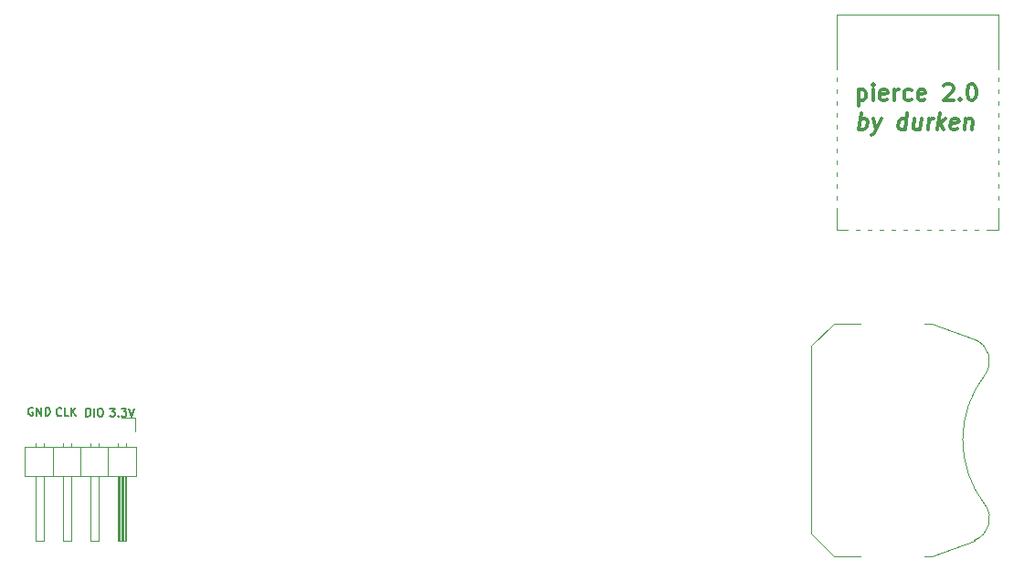
<source format=gto>
G04 #@! TF.GenerationSoftware,KiCad,Pcbnew,5.1.10*
G04 #@! TF.CreationDate,2021-10-19T19:02:20+02:00*
G04 #@! TF.ProjectId,pierce,70696572-6365-42e6-9b69-6361645f7063,v 0.1*
G04 #@! TF.SameCoordinates,Original*
G04 #@! TF.FileFunction,Legend,Top*
G04 #@! TF.FilePolarity,Positive*
%FSLAX46Y46*%
G04 Gerber Fmt 4.6, Leading zero omitted, Abs format (unit mm)*
G04 Created by KiCad (PCBNEW 5.1.10) date 2021-10-19 19:02:20*
%MOMM*%
%LPD*%
G01*
G04 APERTURE LIST*
%ADD10C,0.300000*%
%ADD11C,0.187500*%
%ADD12C,0.100000*%
%ADD13C,0.120000*%
%ADD14C,1.000000*%
%ADD15C,1.700000*%
%ADD16C,2.400000*%
%ADD17C,2.200000*%
%ADD18C,1.900000*%
%ADD19C,4.000000*%
%ADD20R,3.960000X3.960000*%
%ADD21R,5.080000X1.270000*%
%ADD22C,4.300000*%
%ADD23O,1.700000X1.700000*%
%ADD24R,1.700000X1.700000*%
%ADD25R,1.198880X0.698500*%
%ADD26R,0.698500X1.198880*%
G04 APERTURE END LIST*
D10*
X130456242Y-55886571D02*
X130643742Y-54386571D01*
X130572314Y-54958000D02*
X130724100Y-54886571D01*
X131009814Y-54886571D01*
X131143742Y-54958000D01*
X131206242Y-55029428D01*
X131259814Y-55172285D01*
X131206242Y-55600857D01*
X131116957Y-55743714D01*
X131036600Y-55815142D01*
X130884814Y-55886571D01*
X130599100Y-55886571D01*
X130465171Y-55815142D01*
X131795528Y-54886571D02*
X132027671Y-55886571D01*
X132509814Y-54886571D02*
X132027671Y-55886571D01*
X131840171Y-56243714D01*
X131759814Y-56315142D01*
X131608028Y-56386571D01*
X134741957Y-55886571D02*
X134929457Y-54386571D01*
X134750885Y-55815142D02*
X134599100Y-55886571D01*
X134313385Y-55886571D01*
X134179457Y-55815142D01*
X134116957Y-55743714D01*
X134063385Y-55600857D01*
X134116957Y-55172285D01*
X134206242Y-55029428D01*
X134286600Y-54958000D01*
X134438385Y-54886571D01*
X134724100Y-54886571D01*
X134858028Y-54958000D01*
X136224100Y-54886571D02*
X136099100Y-55886571D01*
X135581242Y-54886571D02*
X135483028Y-55672285D01*
X135536600Y-55815142D01*
X135670528Y-55886571D01*
X135884814Y-55886571D01*
X136036600Y-55815142D01*
X136116957Y-55743714D01*
X136813385Y-55886571D02*
X136938385Y-54886571D01*
X136902671Y-55172285D02*
X136991957Y-55029428D01*
X137072314Y-54958000D01*
X137224100Y-54886571D01*
X137366957Y-54886571D01*
X137741957Y-55886571D02*
X137929457Y-54386571D01*
X137956242Y-55315142D02*
X138313385Y-55886571D01*
X138438385Y-54886571D02*
X137795528Y-55458000D01*
X139536600Y-55815142D02*
X139384814Y-55886571D01*
X139099100Y-55886571D01*
X138965171Y-55815142D01*
X138911600Y-55672285D01*
X138983028Y-55100857D01*
X139072314Y-54958000D01*
X139224100Y-54886571D01*
X139509814Y-54886571D01*
X139643742Y-54958000D01*
X139697314Y-55100857D01*
X139679457Y-55243714D01*
X138947314Y-55386571D01*
X140366957Y-54886571D02*
X140241957Y-55886571D01*
X140349100Y-55029428D02*
X140429457Y-54958000D01*
X140581242Y-54886571D01*
X140795528Y-54886571D01*
X140929457Y-54958000D01*
X140983028Y-55100857D01*
X140884814Y-55886571D01*
X130398028Y-52194171D02*
X130398028Y-53694171D01*
X130398028Y-52265600D02*
X130540885Y-52194171D01*
X130826600Y-52194171D01*
X130969457Y-52265600D01*
X131040885Y-52337028D01*
X131112314Y-52479885D01*
X131112314Y-52908457D01*
X131040885Y-53051314D01*
X130969457Y-53122742D01*
X130826600Y-53194171D01*
X130540885Y-53194171D01*
X130398028Y-53122742D01*
X131755171Y-53194171D02*
X131755171Y-52194171D01*
X131755171Y-51694171D02*
X131683742Y-51765600D01*
X131755171Y-51837028D01*
X131826600Y-51765600D01*
X131755171Y-51694171D01*
X131755171Y-51837028D01*
X133040885Y-53122742D02*
X132898028Y-53194171D01*
X132612314Y-53194171D01*
X132469457Y-53122742D01*
X132398028Y-52979885D01*
X132398028Y-52408457D01*
X132469457Y-52265600D01*
X132612314Y-52194171D01*
X132898028Y-52194171D01*
X133040885Y-52265600D01*
X133112314Y-52408457D01*
X133112314Y-52551314D01*
X132398028Y-52694171D01*
X133755171Y-53194171D02*
X133755171Y-52194171D01*
X133755171Y-52479885D02*
X133826600Y-52337028D01*
X133898028Y-52265600D01*
X134040885Y-52194171D01*
X134183742Y-52194171D01*
X135326600Y-53122742D02*
X135183742Y-53194171D01*
X134898028Y-53194171D01*
X134755171Y-53122742D01*
X134683742Y-53051314D01*
X134612314Y-52908457D01*
X134612314Y-52479885D01*
X134683742Y-52337028D01*
X134755171Y-52265600D01*
X134898028Y-52194171D01*
X135183742Y-52194171D01*
X135326600Y-52265600D01*
X136540885Y-53122742D02*
X136398028Y-53194171D01*
X136112314Y-53194171D01*
X135969457Y-53122742D01*
X135898028Y-52979885D01*
X135898028Y-52408457D01*
X135969457Y-52265600D01*
X136112314Y-52194171D01*
X136398028Y-52194171D01*
X136540885Y-52265600D01*
X136612314Y-52408457D01*
X136612314Y-52551314D01*
X135898028Y-52694171D01*
X138326600Y-51837028D02*
X138398028Y-51765600D01*
X138540885Y-51694171D01*
X138898028Y-51694171D01*
X139040885Y-51765600D01*
X139112314Y-51837028D01*
X139183742Y-51979885D01*
X139183742Y-52122742D01*
X139112314Y-52337028D01*
X138255171Y-53194171D01*
X139183742Y-53194171D01*
X139826600Y-53051314D02*
X139898028Y-53122742D01*
X139826600Y-53194171D01*
X139755171Y-53122742D01*
X139826600Y-53051314D01*
X139826600Y-53194171D01*
X140826600Y-51694171D02*
X140969457Y-51694171D01*
X141112314Y-51765600D01*
X141183742Y-51837028D01*
X141255171Y-51979885D01*
X141326600Y-52265600D01*
X141326600Y-52622742D01*
X141255171Y-52908457D01*
X141183742Y-53051314D01*
X141112314Y-53122742D01*
X140969457Y-53194171D01*
X140826600Y-53194171D01*
X140683742Y-53122742D01*
X140612314Y-53051314D01*
X140540885Y-52908457D01*
X140469457Y-52622742D01*
X140469457Y-52265600D01*
X140540885Y-51979885D01*
X140612314Y-51837028D01*
X140683742Y-51765600D01*
X140826600Y-51694171D01*
D11*
X56525771Y-82411457D02*
X56490057Y-82447171D01*
X56382914Y-82482885D01*
X56311485Y-82482885D01*
X56204342Y-82447171D01*
X56132914Y-82375742D01*
X56097200Y-82304314D01*
X56061485Y-82161457D01*
X56061485Y-82054314D01*
X56097200Y-81911457D01*
X56132914Y-81840028D01*
X56204342Y-81768600D01*
X56311485Y-81732885D01*
X56382914Y-81732885D01*
X56490057Y-81768600D01*
X56525771Y-81804314D01*
X57204342Y-82482885D02*
X56847200Y-82482885D01*
X56847200Y-81732885D01*
X57454342Y-82482885D02*
X57454342Y-81732885D01*
X57882914Y-82482885D02*
X57561485Y-82054314D01*
X57882914Y-81732885D02*
X57454342Y-82161457D01*
X53886171Y-81743200D02*
X53814742Y-81707485D01*
X53707600Y-81707485D01*
X53600457Y-81743200D01*
X53529028Y-81814628D01*
X53493314Y-81886057D01*
X53457600Y-82028914D01*
X53457600Y-82136057D01*
X53493314Y-82278914D01*
X53529028Y-82350342D01*
X53600457Y-82421771D01*
X53707600Y-82457485D01*
X53779028Y-82457485D01*
X53886171Y-82421771D01*
X53921885Y-82386057D01*
X53921885Y-82136057D01*
X53779028Y-82136057D01*
X54243314Y-82457485D02*
X54243314Y-81707485D01*
X54671885Y-82457485D01*
X54671885Y-81707485D01*
X55029028Y-82457485D02*
X55029028Y-81707485D01*
X55207600Y-81707485D01*
X55314742Y-81743200D01*
X55386171Y-81814628D01*
X55421885Y-81886057D01*
X55457600Y-82028914D01*
X55457600Y-82136057D01*
X55421885Y-82278914D01*
X55386171Y-82350342D01*
X55314742Y-82421771D01*
X55207600Y-82457485D01*
X55029028Y-82457485D01*
X58820542Y-82533685D02*
X58820542Y-81783685D01*
X58999114Y-81783685D01*
X59106257Y-81819400D01*
X59177685Y-81890828D01*
X59213400Y-81962257D01*
X59249114Y-82105114D01*
X59249114Y-82212257D01*
X59213400Y-82355114D01*
X59177685Y-82426542D01*
X59106257Y-82497971D01*
X58999114Y-82533685D01*
X58820542Y-82533685D01*
X59570542Y-82533685D02*
X59570542Y-81783685D01*
X60070542Y-81783685D02*
X60213400Y-81783685D01*
X60284828Y-81819400D01*
X60356257Y-81890828D01*
X60391971Y-82033685D01*
X60391971Y-82283685D01*
X60356257Y-82426542D01*
X60284828Y-82497971D01*
X60213400Y-82533685D01*
X60070542Y-82533685D01*
X59999114Y-82497971D01*
X59927685Y-82426542D01*
X59891971Y-82283685D01*
X59891971Y-82033685D01*
X59927685Y-81890828D01*
X59999114Y-81819400D01*
X60070542Y-81783685D01*
X61021257Y-81809085D02*
X61485542Y-81809085D01*
X61235542Y-82094800D01*
X61342685Y-82094800D01*
X61414114Y-82130514D01*
X61449828Y-82166228D01*
X61485542Y-82237657D01*
X61485542Y-82416228D01*
X61449828Y-82487657D01*
X61414114Y-82523371D01*
X61342685Y-82559085D01*
X61128400Y-82559085D01*
X61056971Y-82523371D01*
X61021257Y-82487657D01*
X61806971Y-82487657D02*
X61842685Y-82523371D01*
X61806971Y-82559085D01*
X61771257Y-82523371D01*
X61806971Y-82487657D01*
X61806971Y-82559085D01*
X62092685Y-81809085D02*
X62556971Y-81809085D01*
X62306971Y-82094800D01*
X62414114Y-82094800D01*
X62485542Y-82130514D01*
X62521257Y-82166228D01*
X62556971Y-82237657D01*
X62556971Y-82416228D01*
X62521257Y-82487657D01*
X62485542Y-82523371D01*
X62414114Y-82559085D01*
X62199828Y-82559085D01*
X62128400Y-82523371D01*
X62092685Y-82487657D01*
X62771257Y-81809085D02*
X63021257Y-82559085D01*
X63271257Y-81809085D01*
D12*
X136553200Y-73920000D02*
X137183200Y-73920000D01*
X128093200Y-73920000D02*
X130553200Y-73920000D01*
X136553200Y-95480000D02*
X137183200Y-95480000D01*
X128093200Y-95480000D02*
X130553200Y-95480000D01*
X137183200Y-73920000D02*
X141133200Y-75360000D01*
X126013200Y-76000000D02*
X128093200Y-73920000D01*
X126013200Y-76000000D02*
X126013200Y-93400000D01*
X126013200Y-93400000D02*
X128093200Y-95480000D01*
X137183200Y-95480000D02*
X141133200Y-94040000D01*
X142106736Y-90704601D02*
G75*
G02*
X142103200Y-78700000I7806464J6004601D01*
G01*
X142119730Y-90703354D02*
G75*
G02*
X141133200Y-94040000I-1716530J-1306646D01*
G01*
X141141369Y-75374756D02*
G75*
G02*
X142103200Y-78700000I-738169J-2015244D01*
G01*
D13*
X63433000Y-85387000D02*
X53153000Y-85387000D01*
X53153000Y-85387000D02*
X53153000Y-88047000D01*
X53153000Y-88047000D02*
X63433000Y-88047000D01*
X63433000Y-88047000D02*
X63433000Y-85387000D01*
X62483000Y-88047000D02*
X62483000Y-94047000D01*
X62483000Y-94047000D02*
X61723000Y-94047000D01*
X61723000Y-94047000D02*
X61723000Y-88047000D01*
X62423000Y-88047000D02*
X62423000Y-94047000D01*
X62303000Y-88047000D02*
X62303000Y-94047000D01*
X62183000Y-88047000D02*
X62183000Y-94047000D01*
X62063000Y-88047000D02*
X62063000Y-94047000D01*
X61943000Y-88047000D02*
X61943000Y-94047000D01*
X61823000Y-88047000D02*
X61823000Y-94047000D01*
X62483000Y-85057000D02*
X62483000Y-85387000D01*
X61723000Y-85057000D02*
X61723000Y-85387000D01*
X60833000Y-85387000D02*
X60833000Y-88047000D01*
X59943000Y-88047000D02*
X59943000Y-94047000D01*
X59943000Y-94047000D02*
X59183000Y-94047000D01*
X59183000Y-94047000D02*
X59183000Y-88047000D01*
X59943000Y-84989929D02*
X59943000Y-85387000D01*
X59183000Y-84989929D02*
X59183000Y-85387000D01*
X58293000Y-85387000D02*
X58293000Y-88047000D01*
X57403000Y-88047000D02*
X57403000Y-94047000D01*
X57403000Y-94047000D02*
X56643000Y-94047000D01*
X56643000Y-94047000D02*
X56643000Y-88047000D01*
X57403000Y-84989929D02*
X57403000Y-85387000D01*
X56643000Y-84989929D02*
X56643000Y-85387000D01*
X55753000Y-85387000D02*
X55753000Y-88047000D01*
X54863000Y-88047000D02*
X54863000Y-94047000D01*
X54863000Y-94047000D02*
X54103000Y-94047000D01*
X54103000Y-94047000D02*
X54103000Y-88047000D01*
X54863000Y-84989929D02*
X54863000Y-85387000D01*
X54103000Y-84989929D02*
X54103000Y-85387000D01*
X62103000Y-82677000D02*
X63373000Y-82677000D01*
X63373000Y-82677000D02*
X63373000Y-83947000D01*
D12*
X128417320Y-65201800D02*
X143413480Y-65201800D01*
X143413480Y-65201800D02*
X143413480Y-45201840D01*
X143413480Y-45201840D02*
X128417320Y-45201840D01*
X128417320Y-45201840D02*
X128417320Y-65201800D01*
%LPC*%
D14*
X112408391Y-41904940D03*
X122848391Y-41904940D03*
D15*
X112548391Y-37704940D03*
X122708391Y-37704940D03*
D16*
X115088391Y-33204940D03*
X115088391Y-33704940D03*
X120168391Y-33704940D03*
X120168391Y-33204940D03*
G36*
G01*
X120538489Y-34092478D02*
X120538489Y-34092478D01*
G75*
G02*
X121630333Y-34188002I498160J-593684D01*
G01*
X122433817Y-35145558D01*
G75*
G02*
X122338293Y-36237402I-593684J-498160D01*
G01*
X122338293Y-36237402D01*
G75*
G02*
X121246449Y-36141878I-498160J593684D01*
G01*
X120442965Y-35184322D01*
G75*
G02*
X120538489Y-34092478I593684J498160D01*
G01*
G37*
X115088391Y-32624940D03*
G36*
G01*
X112918489Y-36237402D02*
X112918489Y-36237402D01*
G75*
G02*
X112822965Y-35145558I498160J593684D01*
G01*
X113626449Y-34188002D01*
G75*
G02*
X114718293Y-34092478I593684J-498160D01*
G01*
X114718293Y-34092478D01*
G75*
G02*
X114813817Y-35184322I-498160J-593684D01*
G01*
X114010333Y-36141878D01*
G75*
G02*
X112918489Y-36237402I-593684J498160D01*
G01*
G37*
X120168391Y-32624940D03*
D17*
X117628391Y-31804940D03*
G36*
G01*
X111821325Y-34647589D02*
X111821325Y-34647589D01*
G75*
G02*
X111744289Y-33767069I401742J478778D01*
G01*
X112354937Y-33039327D01*
G75*
G02*
X113235457Y-32962291I478778J-401742D01*
G01*
X113235457Y-32962291D01*
G75*
G02*
X113312493Y-33842811I-401742J-478778D01*
G01*
X112701845Y-34570553D01*
G75*
G02*
X111821325Y-34647589I-478778J401742D01*
G01*
G37*
D18*
X123128391Y-37704940D03*
X112128391Y-37704940D03*
D19*
X117628391Y-37704940D03*
G36*
G01*
X122021325Y-32962291D02*
X122021325Y-32962291D01*
G75*
G02*
X122901845Y-33039327I401742J-478778D01*
G01*
X123512493Y-33767069D01*
G75*
G02*
X123435457Y-34647589I-478778J-401742D01*
G01*
X123435457Y-34647589D01*
G75*
G02*
X122554937Y-34570553I-401742J478778D01*
G01*
X121944289Y-33842811D01*
G75*
G02*
X122021325Y-32962291I478778J401742D01*
G01*
G37*
D14*
X112408391Y-60904940D03*
X122848391Y-60904940D03*
D15*
X112548391Y-56704940D03*
X122708391Y-56704940D03*
D16*
X115088391Y-52204940D03*
X115088391Y-52704940D03*
X120168391Y-52704940D03*
X120168391Y-52204940D03*
G36*
G01*
X120538489Y-53092478D02*
X120538489Y-53092478D01*
G75*
G02*
X121630333Y-53188002I498160J-593684D01*
G01*
X122433817Y-54145558D01*
G75*
G02*
X122338293Y-55237402I-593684J-498160D01*
G01*
X122338293Y-55237402D01*
G75*
G02*
X121246449Y-55141878I-498160J593684D01*
G01*
X120442965Y-54184322D01*
G75*
G02*
X120538489Y-53092478I593684J498160D01*
G01*
G37*
X115088391Y-51624940D03*
G36*
G01*
X112918489Y-55237402D02*
X112918489Y-55237402D01*
G75*
G02*
X112822965Y-54145558I498160J593684D01*
G01*
X113626449Y-53188002D01*
G75*
G02*
X114718293Y-53092478I593684J-498160D01*
G01*
X114718293Y-53092478D01*
G75*
G02*
X114813817Y-54184322I-498160J-593684D01*
G01*
X114010333Y-55141878D01*
G75*
G02*
X112918489Y-55237402I-593684J498160D01*
G01*
G37*
X120168391Y-51624940D03*
D17*
X117628391Y-50804940D03*
G36*
G01*
X111821325Y-53647589D02*
X111821325Y-53647589D01*
G75*
G02*
X111744289Y-52767069I401742J478778D01*
G01*
X112354937Y-52039327D01*
G75*
G02*
X113235457Y-51962291I478778J-401742D01*
G01*
X113235457Y-51962291D01*
G75*
G02*
X113312493Y-52842811I-401742J-478778D01*
G01*
X112701845Y-53570553D01*
G75*
G02*
X111821325Y-53647589I-478778J401742D01*
G01*
G37*
D18*
X123128391Y-56704940D03*
X112128391Y-56704940D03*
D19*
X117628391Y-56704940D03*
G36*
G01*
X122021325Y-51962291D02*
X122021325Y-51962291D01*
G75*
G02*
X122901845Y-52039327I401742J-478778D01*
G01*
X123512493Y-52767069D01*
G75*
G02*
X123435457Y-53647589I-478778J-401742D01*
G01*
X123435457Y-53647589D01*
G75*
G02*
X122554937Y-53570553I-401742J478778D01*
G01*
X121944289Y-52842811D01*
G75*
G02*
X122021325Y-51962291I478778J401742D01*
G01*
G37*
D14*
X36408391Y-89853598D03*
X46848391Y-89853598D03*
D15*
X36548391Y-85653598D03*
X46708391Y-85653598D03*
D16*
X39088391Y-81153598D03*
X39088391Y-81653598D03*
X44168391Y-81653598D03*
X44168391Y-81153598D03*
G36*
G01*
X44538489Y-82041136D02*
X44538489Y-82041136D01*
G75*
G02*
X45630333Y-82136660I498160J-593684D01*
G01*
X46433817Y-83094216D01*
G75*
G02*
X46338293Y-84186060I-593684J-498160D01*
G01*
X46338293Y-84186060D01*
G75*
G02*
X45246449Y-84090536I-498160J593684D01*
G01*
X44442965Y-83132980D01*
G75*
G02*
X44538489Y-82041136I593684J498160D01*
G01*
G37*
X39088391Y-80573598D03*
G36*
G01*
X36918489Y-84186060D02*
X36918489Y-84186060D01*
G75*
G02*
X36822965Y-83094216I498160J593684D01*
G01*
X37626449Y-82136660D01*
G75*
G02*
X38718293Y-82041136I593684J-498160D01*
G01*
X38718293Y-82041136D01*
G75*
G02*
X38813817Y-83132980I-498160J-593684D01*
G01*
X38010333Y-84090536D01*
G75*
G02*
X36918489Y-84186060I-593684J498160D01*
G01*
G37*
X44168391Y-80573598D03*
D17*
X41628391Y-79753598D03*
G36*
G01*
X35821325Y-82596247D02*
X35821325Y-82596247D01*
G75*
G02*
X35744289Y-81715727I401742J478778D01*
G01*
X36354937Y-80987985D01*
G75*
G02*
X37235457Y-80910949I478778J-401742D01*
G01*
X37235457Y-80910949D01*
G75*
G02*
X37312493Y-81791469I-401742J-478778D01*
G01*
X36701845Y-82519211D01*
G75*
G02*
X35821325Y-82596247I-478778J401742D01*
G01*
G37*
D18*
X47128391Y-85653598D03*
X36128391Y-85653598D03*
D19*
X41628391Y-85653598D03*
G36*
G01*
X46021325Y-80910949D02*
X46021325Y-80910949D01*
G75*
G02*
X46901845Y-80987985I401742J-478778D01*
G01*
X47512493Y-81715727D01*
G75*
G02*
X47435457Y-82596247I-478778J-401742D01*
G01*
X47435457Y-82596247D01*
G75*
G02*
X46554937Y-82519211I-401742J478778D01*
G01*
X45944289Y-81791469D01*
G75*
G02*
X46021325Y-80910949I478778J401742D01*
G01*
G37*
D14*
X36408391Y-70853598D03*
X46848391Y-70853598D03*
D15*
X36548391Y-66653598D03*
X46708391Y-66653598D03*
D16*
X39088391Y-62153598D03*
X39088391Y-62653598D03*
X44168391Y-62653598D03*
X44168391Y-62153598D03*
G36*
G01*
X44538489Y-63041136D02*
X44538489Y-63041136D01*
G75*
G02*
X45630333Y-63136660I498160J-593684D01*
G01*
X46433817Y-64094216D01*
G75*
G02*
X46338293Y-65186060I-593684J-498160D01*
G01*
X46338293Y-65186060D01*
G75*
G02*
X45246449Y-65090536I-498160J593684D01*
G01*
X44442965Y-64132980D01*
G75*
G02*
X44538489Y-63041136I593684J498160D01*
G01*
G37*
X39088391Y-61573598D03*
G36*
G01*
X36918489Y-65186060D02*
X36918489Y-65186060D01*
G75*
G02*
X36822965Y-64094216I498160J593684D01*
G01*
X37626449Y-63136660D01*
G75*
G02*
X38718293Y-63041136I593684J-498160D01*
G01*
X38718293Y-63041136D01*
G75*
G02*
X38813817Y-64132980I-498160J-593684D01*
G01*
X38010333Y-65090536D01*
G75*
G02*
X36918489Y-65186060I-593684J498160D01*
G01*
G37*
X44168391Y-61573598D03*
D17*
X41628391Y-60753598D03*
G36*
G01*
X35821325Y-63596247D02*
X35821325Y-63596247D01*
G75*
G02*
X35744289Y-62715727I401742J478778D01*
G01*
X36354937Y-61987985D01*
G75*
G02*
X37235457Y-61910949I478778J-401742D01*
G01*
X37235457Y-61910949D01*
G75*
G02*
X37312493Y-62791469I-401742J-478778D01*
G01*
X36701845Y-63519211D01*
G75*
G02*
X35821325Y-63596247I-478778J401742D01*
G01*
G37*
D18*
X47128391Y-66653598D03*
X36128391Y-66653598D03*
D19*
X41628391Y-66653598D03*
G36*
G01*
X46021325Y-61910949D02*
X46021325Y-61910949D01*
G75*
G02*
X46901845Y-61987985I401742J-478778D01*
G01*
X47512493Y-62715727D01*
G75*
G02*
X47435457Y-63596247I-478778J-401742D01*
G01*
X47435457Y-63596247D01*
G75*
G02*
X46554937Y-63519211I-401742J478778D01*
G01*
X45944289Y-62791469D01*
G75*
G02*
X46021325Y-61910949I478778J401742D01*
G01*
G37*
D14*
X36408391Y-51853598D03*
X46848391Y-51853598D03*
D15*
X36548391Y-47653598D03*
X46708391Y-47653598D03*
D16*
X39088391Y-43153598D03*
X39088391Y-43653598D03*
X44168391Y-43653598D03*
X44168391Y-43153598D03*
G36*
G01*
X44538489Y-44041136D02*
X44538489Y-44041136D01*
G75*
G02*
X45630333Y-44136660I498160J-593684D01*
G01*
X46433817Y-45094216D01*
G75*
G02*
X46338293Y-46186060I-593684J-498160D01*
G01*
X46338293Y-46186060D01*
G75*
G02*
X45246449Y-46090536I-498160J593684D01*
G01*
X44442965Y-45132980D01*
G75*
G02*
X44538489Y-44041136I593684J498160D01*
G01*
G37*
X39088391Y-42573598D03*
G36*
G01*
X36918489Y-46186060D02*
X36918489Y-46186060D01*
G75*
G02*
X36822965Y-45094216I498160J593684D01*
G01*
X37626449Y-44136660D01*
G75*
G02*
X38718293Y-44041136I593684J-498160D01*
G01*
X38718293Y-44041136D01*
G75*
G02*
X38813817Y-45132980I-498160J-593684D01*
G01*
X38010333Y-46090536D01*
G75*
G02*
X36918489Y-46186060I-593684J498160D01*
G01*
G37*
X44168391Y-42573598D03*
D17*
X41628391Y-41753598D03*
G36*
G01*
X35821325Y-44596247D02*
X35821325Y-44596247D01*
G75*
G02*
X35744289Y-43715727I401742J478778D01*
G01*
X36354937Y-42987985D01*
G75*
G02*
X37235457Y-42910949I478778J-401742D01*
G01*
X37235457Y-42910949D01*
G75*
G02*
X37312493Y-43791469I-401742J-478778D01*
G01*
X36701845Y-44519211D01*
G75*
G02*
X35821325Y-44596247I-478778J401742D01*
G01*
G37*
D18*
X47128391Y-47653598D03*
X36128391Y-47653598D03*
D19*
X41628391Y-47653598D03*
G36*
G01*
X46021325Y-42910949D02*
X46021325Y-42910949D01*
G75*
G02*
X46901845Y-42987985I401742J-478778D01*
G01*
X47512493Y-43715727D01*
G75*
G02*
X47435457Y-44596247I-478778J-401742D01*
G01*
X47435457Y-44596247D01*
G75*
G02*
X46554937Y-44519211I-401742J478778D01*
G01*
X45944289Y-43791469D01*
G75*
G02*
X46021325Y-42910949I478778J401742D01*
G01*
G37*
D14*
X55408391Y-58405582D03*
X65848391Y-58405582D03*
D15*
X55548391Y-54205582D03*
X65708391Y-54205582D03*
D16*
X58088391Y-49705582D03*
X58088391Y-50205582D03*
X63168391Y-50205582D03*
X63168391Y-49705582D03*
G36*
G01*
X63538489Y-50593120D02*
X63538489Y-50593120D01*
G75*
G02*
X64630333Y-50688644I498160J-593684D01*
G01*
X65433817Y-51646200D01*
G75*
G02*
X65338293Y-52738044I-593684J-498160D01*
G01*
X65338293Y-52738044D01*
G75*
G02*
X64246449Y-52642520I-498160J593684D01*
G01*
X63442965Y-51684964D01*
G75*
G02*
X63538489Y-50593120I593684J498160D01*
G01*
G37*
X58088391Y-49125582D03*
G36*
G01*
X55918489Y-52738044D02*
X55918489Y-52738044D01*
G75*
G02*
X55822965Y-51646200I498160J593684D01*
G01*
X56626449Y-50688644D01*
G75*
G02*
X57718293Y-50593120I593684J-498160D01*
G01*
X57718293Y-50593120D01*
G75*
G02*
X57813817Y-51684964I-498160J-593684D01*
G01*
X57010333Y-52642520D01*
G75*
G02*
X55918489Y-52738044I-593684J498160D01*
G01*
G37*
X63168391Y-49125582D03*
D17*
X60628391Y-48305582D03*
G36*
G01*
X54821325Y-51148231D02*
X54821325Y-51148231D01*
G75*
G02*
X54744289Y-50267711I401742J478778D01*
G01*
X55354937Y-49539969D01*
G75*
G02*
X56235457Y-49462933I478778J-401742D01*
G01*
X56235457Y-49462933D01*
G75*
G02*
X56312493Y-50343453I-401742J-478778D01*
G01*
X55701845Y-51071195D01*
G75*
G02*
X54821325Y-51148231I-478778J401742D01*
G01*
G37*
D18*
X66128391Y-54205582D03*
X55128391Y-54205582D03*
D19*
X60628391Y-54205582D03*
G36*
G01*
X65021325Y-49462933D02*
X65021325Y-49462933D01*
G75*
G02*
X65901845Y-49539969I401742J-478778D01*
G01*
X66512493Y-50267711D01*
G75*
G02*
X66435457Y-51148231I-478778J-401742D01*
G01*
X66435457Y-51148231D01*
G75*
G02*
X65554937Y-51071195I-401742J478778D01*
G01*
X64944289Y-50343453D01*
G75*
G02*
X65021325Y-49462933I478778J401742D01*
G01*
G37*
D14*
X55408391Y-77405582D03*
X65848391Y-77405582D03*
D15*
X55548391Y-73205582D03*
X65708391Y-73205582D03*
D16*
X58088391Y-68705582D03*
X58088391Y-69205582D03*
X63168391Y-69205582D03*
X63168391Y-68705582D03*
G36*
G01*
X63538489Y-69593120D02*
X63538489Y-69593120D01*
G75*
G02*
X64630333Y-69688644I498160J-593684D01*
G01*
X65433817Y-70646200D01*
G75*
G02*
X65338293Y-71738044I-593684J-498160D01*
G01*
X65338293Y-71738044D01*
G75*
G02*
X64246449Y-71642520I-498160J593684D01*
G01*
X63442965Y-70684964D01*
G75*
G02*
X63538489Y-69593120I593684J498160D01*
G01*
G37*
X58088391Y-68125582D03*
G36*
G01*
X55918489Y-71738044D02*
X55918489Y-71738044D01*
G75*
G02*
X55822965Y-70646200I498160J593684D01*
G01*
X56626449Y-69688644D01*
G75*
G02*
X57718293Y-69593120I593684J-498160D01*
G01*
X57718293Y-69593120D01*
G75*
G02*
X57813817Y-70684964I-498160J-593684D01*
G01*
X57010333Y-71642520D01*
G75*
G02*
X55918489Y-71738044I-593684J498160D01*
G01*
G37*
X63168391Y-68125582D03*
D17*
X60628391Y-67305582D03*
G36*
G01*
X54821325Y-70148231D02*
X54821325Y-70148231D01*
G75*
G02*
X54744289Y-69267711I401742J478778D01*
G01*
X55354937Y-68539969D01*
G75*
G02*
X56235457Y-68462933I478778J-401742D01*
G01*
X56235457Y-68462933D01*
G75*
G02*
X56312493Y-69343453I-401742J-478778D01*
G01*
X55701845Y-70071195D01*
G75*
G02*
X54821325Y-70148231I-478778J401742D01*
G01*
G37*
D18*
X66128391Y-73205582D03*
X55128391Y-73205582D03*
D19*
X60628391Y-73205582D03*
G36*
G01*
X65021325Y-68462933D02*
X65021325Y-68462933D01*
G75*
G02*
X65901845Y-68539969I401742J-478778D01*
G01*
X66512493Y-69267711D01*
G75*
G02*
X66435457Y-70148231I-478778J-401742D01*
G01*
X66435457Y-70148231D01*
G75*
G02*
X65554937Y-70071195I-401742J478778D01*
G01*
X64944289Y-69343453D01*
G75*
G02*
X65021325Y-68462933I478778J401742D01*
G01*
G37*
D14*
X74408391Y-75155144D03*
X84848391Y-75155144D03*
D15*
X74548391Y-70955144D03*
X84708391Y-70955144D03*
D16*
X77088391Y-66455144D03*
X77088391Y-66955144D03*
X82168391Y-66955144D03*
X82168391Y-66455144D03*
G36*
G01*
X82538489Y-67342682D02*
X82538489Y-67342682D01*
G75*
G02*
X83630333Y-67438206I498160J-593684D01*
G01*
X84433817Y-68395762D01*
G75*
G02*
X84338293Y-69487606I-593684J-498160D01*
G01*
X84338293Y-69487606D01*
G75*
G02*
X83246449Y-69392082I-498160J593684D01*
G01*
X82442965Y-68434526D01*
G75*
G02*
X82538489Y-67342682I593684J498160D01*
G01*
G37*
X77088391Y-65875144D03*
G36*
G01*
X74918489Y-69487606D02*
X74918489Y-69487606D01*
G75*
G02*
X74822965Y-68395762I498160J593684D01*
G01*
X75626449Y-67438206D01*
G75*
G02*
X76718293Y-67342682I593684J-498160D01*
G01*
X76718293Y-67342682D01*
G75*
G02*
X76813817Y-68434526I-498160J-593684D01*
G01*
X76010333Y-69392082D01*
G75*
G02*
X74918489Y-69487606I-593684J498160D01*
G01*
G37*
X82168391Y-65875144D03*
D17*
X79628391Y-65055144D03*
G36*
G01*
X73821325Y-67897793D02*
X73821325Y-67897793D01*
G75*
G02*
X73744289Y-67017273I401742J478778D01*
G01*
X74354937Y-66289531D01*
G75*
G02*
X75235457Y-66212495I478778J-401742D01*
G01*
X75235457Y-66212495D01*
G75*
G02*
X75312493Y-67093015I-401742J-478778D01*
G01*
X74701845Y-67820757D01*
G75*
G02*
X73821325Y-67897793I-478778J401742D01*
G01*
G37*
D18*
X85128391Y-70955144D03*
X74128391Y-70955144D03*
D19*
X79628391Y-70955144D03*
G36*
G01*
X84021325Y-66212495D02*
X84021325Y-66212495D01*
G75*
G02*
X84901845Y-66289531I401742J-478778D01*
G01*
X85512493Y-67017273D01*
G75*
G02*
X85435457Y-67897793I-478778J-401742D01*
G01*
X85435457Y-67897793D01*
G75*
G02*
X84554937Y-67820757I-401742J478778D01*
G01*
X83944289Y-67093015D01*
G75*
G02*
X84021325Y-66212495I478778J401742D01*
G01*
G37*
D14*
X74408391Y-56155144D03*
X84848391Y-56155144D03*
D15*
X74548391Y-51955144D03*
X84708391Y-51955144D03*
D16*
X77088391Y-47455144D03*
X77088391Y-47955144D03*
X82168391Y-47955144D03*
X82168391Y-47455144D03*
G36*
G01*
X82538489Y-48342682D02*
X82538489Y-48342682D01*
G75*
G02*
X83630333Y-48438206I498160J-593684D01*
G01*
X84433817Y-49395762D01*
G75*
G02*
X84338293Y-50487606I-593684J-498160D01*
G01*
X84338293Y-50487606D01*
G75*
G02*
X83246449Y-50392082I-498160J593684D01*
G01*
X82442965Y-49434526D01*
G75*
G02*
X82538489Y-48342682I593684J498160D01*
G01*
G37*
X77088391Y-46875144D03*
G36*
G01*
X74918489Y-50487606D02*
X74918489Y-50487606D01*
G75*
G02*
X74822965Y-49395762I498160J593684D01*
G01*
X75626449Y-48438206D01*
G75*
G02*
X76718293Y-48342682I593684J-498160D01*
G01*
X76718293Y-48342682D01*
G75*
G02*
X76813817Y-49434526I-498160J-593684D01*
G01*
X76010333Y-50392082D01*
G75*
G02*
X74918489Y-50487606I-593684J498160D01*
G01*
G37*
X82168391Y-46875144D03*
D17*
X79628391Y-46055144D03*
G36*
G01*
X73821325Y-48897793D02*
X73821325Y-48897793D01*
G75*
G02*
X73744289Y-48017273I401742J478778D01*
G01*
X74354937Y-47289531D01*
G75*
G02*
X75235457Y-47212495I478778J-401742D01*
G01*
X75235457Y-47212495D01*
G75*
G02*
X75312493Y-48093015I-401742J-478778D01*
G01*
X74701845Y-48820757D01*
G75*
G02*
X73821325Y-48897793I-478778J401742D01*
G01*
G37*
D18*
X85128391Y-51955144D03*
X74128391Y-51955144D03*
D19*
X79628391Y-51955144D03*
G36*
G01*
X84021325Y-47212495D02*
X84021325Y-47212495D01*
G75*
G02*
X84901845Y-47289531I401742J-478778D01*
G01*
X85512493Y-48017273D01*
G75*
G02*
X85435457Y-48897793I-478778J-401742D01*
G01*
X85435457Y-48897793D01*
G75*
G02*
X84554937Y-48820757I-401742J478778D01*
G01*
X83944289Y-48093015D01*
G75*
G02*
X84021325Y-47212495I478778J401742D01*
G01*
G37*
D14*
X55408391Y-39405582D03*
X65848391Y-39405582D03*
D15*
X55548391Y-35205582D03*
X65708391Y-35205582D03*
D16*
X58088391Y-30705582D03*
X58088391Y-31205582D03*
X63168391Y-31205582D03*
X63168391Y-30705582D03*
G36*
G01*
X63538489Y-31593120D02*
X63538489Y-31593120D01*
G75*
G02*
X64630333Y-31688644I498160J-593684D01*
G01*
X65433817Y-32646200D01*
G75*
G02*
X65338293Y-33738044I-593684J-498160D01*
G01*
X65338293Y-33738044D01*
G75*
G02*
X64246449Y-33642520I-498160J593684D01*
G01*
X63442965Y-32684964D01*
G75*
G02*
X63538489Y-31593120I593684J498160D01*
G01*
G37*
X58088391Y-30125582D03*
G36*
G01*
X55918489Y-33738044D02*
X55918489Y-33738044D01*
G75*
G02*
X55822965Y-32646200I498160J593684D01*
G01*
X56626449Y-31688644D01*
G75*
G02*
X57718293Y-31593120I593684J-498160D01*
G01*
X57718293Y-31593120D01*
G75*
G02*
X57813817Y-32684964I-498160J-593684D01*
G01*
X57010333Y-33642520D01*
G75*
G02*
X55918489Y-33738044I-593684J498160D01*
G01*
G37*
X63168391Y-30125582D03*
D17*
X60628391Y-29305582D03*
G36*
G01*
X54821325Y-32148231D02*
X54821325Y-32148231D01*
G75*
G02*
X54744289Y-31267711I401742J478778D01*
G01*
X55354937Y-30539969D01*
G75*
G02*
X56235457Y-30462933I478778J-401742D01*
G01*
X56235457Y-30462933D01*
G75*
G02*
X56312493Y-31343453I-401742J-478778D01*
G01*
X55701845Y-32071195D01*
G75*
G02*
X54821325Y-32148231I-478778J401742D01*
G01*
G37*
D18*
X66128391Y-35205582D03*
X55128391Y-35205582D03*
D19*
X60628391Y-35205582D03*
G36*
G01*
X65021325Y-30462933D02*
X65021325Y-30462933D01*
G75*
G02*
X65901845Y-30539969I401742J-478778D01*
G01*
X66512493Y-31267711D01*
G75*
G02*
X66435457Y-32148231I-478778J-401742D01*
G01*
X66435457Y-32148231D01*
G75*
G02*
X65554937Y-32071195I-401742J478778D01*
G01*
X64944289Y-31343453D01*
G75*
G02*
X65021325Y-30462933I478778J401742D01*
G01*
G37*
D14*
X74408391Y-37155144D03*
X84848391Y-37155144D03*
D15*
X74548391Y-32955144D03*
X84708391Y-32955144D03*
D16*
X77088391Y-28455144D03*
X77088391Y-28955144D03*
X82168391Y-28955144D03*
X82168391Y-28455144D03*
G36*
G01*
X82538489Y-29342682D02*
X82538489Y-29342682D01*
G75*
G02*
X83630333Y-29438206I498160J-593684D01*
G01*
X84433817Y-30395762D01*
G75*
G02*
X84338293Y-31487606I-593684J-498160D01*
G01*
X84338293Y-31487606D01*
G75*
G02*
X83246449Y-31392082I-498160J593684D01*
G01*
X82442965Y-30434526D01*
G75*
G02*
X82538489Y-29342682I593684J498160D01*
G01*
G37*
X77088391Y-27875144D03*
G36*
G01*
X74918489Y-31487606D02*
X74918489Y-31487606D01*
G75*
G02*
X74822965Y-30395762I498160J593684D01*
G01*
X75626449Y-29438206D01*
G75*
G02*
X76718293Y-29342682I593684J-498160D01*
G01*
X76718293Y-29342682D01*
G75*
G02*
X76813817Y-30434526I-498160J-593684D01*
G01*
X76010333Y-31392082D01*
G75*
G02*
X74918489Y-31487606I-593684J498160D01*
G01*
G37*
X82168391Y-27875144D03*
D17*
X79628391Y-27055144D03*
G36*
G01*
X73821325Y-29897793D02*
X73821325Y-29897793D01*
G75*
G02*
X73744289Y-29017273I401742J478778D01*
G01*
X74354937Y-28289531D01*
G75*
G02*
X75235457Y-28212495I478778J-401742D01*
G01*
X75235457Y-28212495D01*
G75*
G02*
X75312493Y-29093015I-401742J-478778D01*
G01*
X74701845Y-29820757D01*
G75*
G02*
X73821325Y-29897793I-478778J401742D01*
G01*
G37*
D18*
X85128391Y-32955144D03*
X74128391Y-32955144D03*
D19*
X79628391Y-32955144D03*
G36*
G01*
X84021325Y-28212495D02*
X84021325Y-28212495D01*
G75*
G02*
X84901845Y-28289531I401742J-478778D01*
G01*
X85512493Y-29017273D01*
G75*
G02*
X85435457Y-29897793I-478778J-401742D01*
G01*
X85435457Y-29897793D01*
G75*
G02*
X84554937Y-29820757I-401742J478778D01*
G01*
X83944289Y-29093015D01*
G75*
G02*
X84021325Y-28212495I478778J401742D01*
G01*
G37*
D14*
X93408391Y-39405582D03*
X103848391Y-39405582D03*
D15*
X93548391Y-35205582D03*
X103708391Y-35205582D03*
D16*
X96088391Y-30705582D03*
X96088391Y-31205582D03*
X101168391Y-31205582D03*
X101168391Y-30705582D03*
G36*
G01*
X101538489Y-31593120D02*
X101538489Y-31593120D01*
G75*
G02*
X102630333Y-31688644I498160J-593684D01*
G01*
X103433817Y-32646200D01*
G75*
G02*
X103338293Y-33738044I-593684J-498160D01*
G01*
X103338293Y-33738044D01*
G75*
G02*
X102246449Y-33642520I-498160J593684D01*
G01*
X101442965Y-32684964D01*
G75*
G02*
X101538489Y-31593120I593684J498160D01*
G01*
G37*
X96088391Y-30125582D03*
G36*
G01*
X93918489Y-33738044D02*
X93918489Y-33738044D01*
G75*
G02*
X93822965Y-32646200I498160J593684D01*
G01*
X94626449Y-31688644D01*
G75*
G02*
X95718293Y-31593120I593684J-498160D01*
G01*
X95718293Y-31593120D01*
G75*
G02*
X95813817Y-32684964I-498160J-593684D01*
G01*
X95010333Y-33642520D01*
G75*
G02*
X93918489Y-33738044I-593684J498160D01*
G01*
G37*
X101168391Y-30125582D03*
D17*
X98628391Y-29305582D03*
G36*
G01*
X92821325Y-32148231D02*
X92821325Y-32148231D01*
G75*
G02*
X92744289Y-31267711I401742J478778D01*
G01*
X93354937Y-30539969D01*
G75*
G02*
X94235457Y-30462933I478778J-401742D01*
G01*
X94235457Y-30462933D01*
G75*
G02*
X94312493Y-31343453I-401742J-478778D01*
G01*
X93701845Y-32071195D01*
G75*
G02*
X92821325Y-32148231I-478778J401742D01*
G01*
G37*
D18*
X104128391Y-35205582D03*
X93128391Y-35205582D03*
D19*
X98628391Y-35205582D03*
G36*
G01*
X103021325Y-30462933D02*
X103021325Y-30462933D01*
G75*
G02*
X103901845Y-30539969I401742J-478778D01*
G01*
X104512493Y-31267711D01*
G75*
G02*
X104435457Y-32148231I-478778J-401742D01*
G01*
X104435457Y-32148231D01*
G75*
G02*
X103554937Y-32071195I-401742J478778D01*
G01*
X102944289Y-31343453D01*
G75*
G02*
X103021325Y-30462933I478778J401742D01*
G01*
G37*
D14*
X93408391Y-58405582D03*
X103848391Y-58405582D03*
D15*
X93548391Y-54205582D03*
X103708391Y-54205582D03*
D16*
X96088391Y-49705582D03*
X96088391Y-50205582D03*
X101168391Y-50205582D03*
X101168391Y-49705582D03*
G36*
G01*
X101538489Y-50593120D02*
X101538489Y-50593120D01*
G75*
G02*
X102630333Y-50688644I498160J-593684D01*
G01*
X103433817Y-51646200D01*
G75*
G02*
X103338293Y-52738044I-593684J-498160D01*
G01*
X103338293Y-52738044D01*
G75*
G02*
X102246449Y-52642520I-498160J593684D01*
G01*
X101442965Y-51684964D01*
G75*
G02*
X101538489Y-50593120I593684J498160D01*
G01*
G37*
X96088391Y-49125582D03*
G36*
G01*
X93918489Y-52738044D02*
X93918489Y-52738044D01*
G75*
G02*
X93822965Y-51646200I498160J593684D01*
G01*
X94626449Y-50688644D01*
G75*
G02*
X95718293Y-50593120I593684J-498160D01*
G01*
X95718293Y-50593120D01*
G75*
G02*
X95813817Y-51684964I-498160J-593684D01*
G01*
X95010333Y-52642520D01*
G75*
G02*
X93918489Y-52738044I-593684J498160D01*
G01*
G37*
X101168391Y-49125582D03*
D17*
X98628391Y-48305582D03*
G36*
G01*
X92821325Y-51148231D02*
X92821325Y-51148231D01*
G75*
G02*
X92744289Y-50267711I401742J478778D01*
G01*
X93354937Y-49539969D01*
G75*
G02*
X94235457Y-49462933I478778J-401742D01*
G01*
X94235457Y-49462933D01*
G75*
G02*
X94312493Y-50343453I-401742J-478778D01*
G01*
X93701845Y-51071195D01*
G75*
G02*
X92821325Y-51148231I-478778J401742D01*
G01*
G37*
D18*
X104128391Y-54205582D03*
X93128391Y-54205582D03*
D19*
X98628391Y-54205582D03*
G36*
G01*
X103021325Y-49462933D02*
X103021325Y-49462933D01*
G75*
G02*
X103901845Y-49539969I401742J-478778D01*
G01*
X104512493Y-50267711D01*
G75*
G02*
X104435457Y-51148231I-478778J-401742D01*
G01*
X104435457Y-51148231D01*
G75*
G02*
X103554937Y-51071195I-401742J478778D01*
G01*
X102944289Y-50343453D01*
G75*
G02*
X103021325Y-49462933I478778J401742D01*
G01*
G37*
D14*
X93408391Y-77405582D03*
X103848391Y-77405582D03*
D15*
X93548391Y-73205582D03*
X103708391Y-73205582D03*
D16*
X96088391Y-68705582D03*
X96088391Y-69205582D03*
X101168391Y-69205582D03*
X101168391Y-68705582D03*
G36*
G01*
X101538489Y-69593120D02*
X101538489Y-69593120D01*
G75*
G02*
X102630333Y-69688644I498160J-593684D01*
G01*
X103433817Y-70646200D01*
G75*
G02*
X103338293Y-71738044I-593684J-498160D01*
G01*
X103338293Y-71738044D01*
G75*
G02*
X102246449Y-71642520I-498160J593684D01*
G01*
X101442965Y-70684964D01*
G75*
G02*
X101538489Y-69593120I593684J498160D01*
G01*
G37*
X96088391Y-68125582D03*
G36*
G01*
X93918489Y-71738044D02*
X93918489Y-71738044D01*
G75*
G02*
X93822965Y-70646200I498160J593684D01*
G01*
X94626449Y-69688644D01*
G75*
G02*
X95718293Y-69593120I593684J-498160D01*
G01*
X95718293Y-69593120D01*
G75*
G02*
X95813817Y-70684964I-498160J-593684D01*
G01*
X95010333Y-71642520D01*
G75*
G02*
X93918489Y-71738044I-593684J498160D01*
G01*
G37*
X101168391Y-68125582D03*
D17*
X98628391Y-67305582D03*
G36*
G01*
X92821325Y-70148231D02*
X92821325Y-70148231D01*
G75*
G02*
X92744289Y-69267711I401742J478778D01*
G01*
X93354937Y-68539969D01*
G75*
G02*
X94235457Y-68462933I478778J-401742D01*
G01*
X94235457Y-68462933D01*
G75*
G02*
X94312493Y-69343453I-401742J-478778D01*
G01*
X93701845Y-70071195D01*
G75*
G02*
X92821325Y-70148231I-478778J401742D01*
G01*
G37*
D18*
X104128391Y-73205582D03*
X93128391Y-73205582D03*
D19*
X98628391Y-73205582D03*
G36*
G01*
X103021325Y-68462933D02*
X103021325Y-68462933D01*
G75*
G02*
X103901845Y-68539969I401742J-478778D01*
G01*
X104512493Y-69267711D01*
G75*
G02*
X104435457Y-70148231I-478778J-401742D01*
G01*
X104435457Y-70148231D01*
G75*
G02*
X103554937Y-70071195I-401742J478778D01*
G01*
X102944289Y-69343453D01*
G75*
G02*
X103021325Y-68462933I478778J401742D01*
G01*
G37*
D14*
X112408391Y-79904940D03*
X122848391Y-79904940D03*
D15*
X112548391Y-75704940D03*
X122708391Y-75704940D03*
D16*
X115088391Y-71204940D03*
X115088391Y-71704940D03*
X120168391Y-71704940D03*
X120168391Y-71204940D03*
G36*
G01*
X120538489Y-72092478D02*
X120538489Y-72092478D01*
G75*
G02*
X121630333Y-72188002I498160J-593684D01*
G01*
X122433817Y-73145558D01*
G75*
G02*
X122338293Y-74237402I-593684J-498160D01*
G01*
X122338293Y-74237402D01*
G75*
G02*
X121246449Y-74141878I-498160J593684D01*
G01*
X120442965Y-73184322D01*
G75*
G02*
X120538489Y-72092478I593684J498160D01*
G01*
G37*
X115088391Y-70624940D03*
G36*
G01*
X112918489Y-74237402D02*
X112918489Y-74237402D01*
G75*
G02*
X112822965Y-73145558I498160J593684D01*
G01*
X113626449Y-72188002D01*
G75*
G02*
X114718293Y-72092478I593684J-498160D01*
G01*
X114718293Y-72092478D01*
G75*
G02*
X114813817Y-73184322I-498160J-593684D01*
G01*
X114010333Y-74141878D01*
G75*
G02*
X112918489Y-74237402I-593684J498160D01*
G01*
G37*
X120168391Y-70624940D03*
D17*
X117628391Y-69804940D03*
G36*
G01*
X111821325Y-72647589D02*
X111821325Y-72647589D01*
G75*
G02*
X111744289Y-71767069I401742J478778D01*
G01*
X112354937Y-71039327D01*
G75*
G02*
X113235457Y-70962291I478778J-401742D01*
G01*
X113235457Y-70962291D01*
G75*
G02*
X113312493Y-71842811I-401742J-478778D01*
G01*
X112701845Y-72570553D01*
G75*
G02*
X111821325Y-72647589I-478778J401742D01*
G01*
G37*
D18*
X123128391Y-75704940D03*
X112128391Y-75704940D03*
D19*
X117628391Y-75704940D03*
G36*
G01*
X122021325Y-70962291D02*
X122021325Y-70962291D01*
G75*
G02*
X122901845Y-71039327I401742J-478778D01*
G01*
X123512493Y-71767069D01*
G75*
G02*
X123435457Y-72647589I-478778J-401742D01*
G01*
X123435457Y-72647589D01*
G75*
G02*
X122554937Y-72570553I-401742J478778D01*
G01*
X121944289Y-71842811D01*
G75*
G02*
X122021325Y-70962291I478778J401742D01*
G01*
G37*
D14*
X84410000Y-97340000D03*
X94850000Y-97340000D03*
D15*
X84550000Y-93140000D03*
X94710000Y-93140000D03*
D16*
X87090000Y-88640000D03*
X87090000Y-89140000D03*
X92170000Y-89140000D03*
X92170000Y-88640000D03*
G36*
G01*
X92540098Y-89527538D02*
X92540098Y-89527538D01*
G75*
G02*
X93631942Y-89623062I498160J-593684D01*
G01*
X94435426Y-90580618D01*
G75*
G02*
X94339902Y-91672462I-593684J-498160D01*
G01*
X94339902Y-91672462D01*
G75*
G02*
X93248058Y-91576938I-498160J593684D01*
G01*
X92444574Y-90619382D01*
G75*
G02*
X92540098Y-89527538I593684J498160D01*
G01*
G37*
X87090000Y-88060000D03*
G36*
G01*
X84920098Y-91672462D02*
X84920098Y-91672462D01*
G75*
G02*
X84824574Y-90580618I498160J593684D01*
G01*
X85628058Y-89623062D01*
G75*
G02*
X86719902Y-89527538I593684J-498160D01*
G01*
X86719902Y-89527538D01*
G75*
G02*
X86815426Y-90619382I-498160J-593684D01*
G01*
X86011942Y-91576938D01*
G75*
G02*
X84920098Y-91672462I-593684J498160D01*
G01*
G37*
X92170000Y-88060000D03*
D17*
X89630000Y-87240000D03*
G36*
G01*
X83822934Y-90082649D02*
X83822934Y-90082649D01*
G75*
G02*
X83745898Y-89202129I401742J478778D01*
G01*
X84356546Y-88474387D01*
G75*
G02*
X85237066Y-88397351I478778J-401742D01*
G01*
X85237066Y-88397351D01*
G75*
G02*
X85314102Y-89277871I-401742J-478778D01*
G01*
X84703454Y-90005613D01*
G75*
G02*
X83822934Y-90082649I-478778J401742D01*
G01*
G37*
D18*
X95130000Y-93140000D03*
X84130000Y-93140000D03*
D19*
X89630000Y-93140000D03*
G36*
G01*
X94022934Y-88397351D02*
X94022934Y-88397351D01*
G75*
G02*
X94903454Y-88474387I401742J-478778D01*
G01*
X95514102Y-89202129D01*
G75*
G02*
X95437066Y-90082649I-478778J-401742D01*
G01*
X95437066Y-90082649D01*
G75*
G02*
X94556546Y-90005613I-401742J478778D01*
G01*
X93945898Y-89277871D01*
G75*
G02*
X94022934Y-88397351I478778J401742D01*
G01*
G37*
D14*
X104300827Y-98645853D03*
X114385093Y-101347924D03*
D15*
X105523097Y-94625199D03*
X115336903Y-97254801D03*
D16*
X109141234Y-90935933D03*
X109011825Y-91418896D03*
X113918728Y-92733697D03*
X114048137Y-92250734D03*
G36*
G01*
X114175913Y-93203818D02*
X114175913Y-93203818D01*
G75*
G02*
X115205831Y-93578678I327529J-702389D01*
G01*
X115734103Y-94711562D01*
G75*
G02*
X115359243Y-95741480I-702389J-327529D01*
G01*
X115359243Y-95741480D01*
G75*
G02*
X114329325Y-95366620I-327529J702389D01*
G01*
X113801053Y-94233736D01*
G75*
G02*
X114175913Y-93203818I702389J327529D01*
G01*
G37*
X109291349Y-90375696D03*
G36*
G01*
X106260410Y-93303455D02*
X106260410Y-93303455D01*
G75*
G02*
X106450731Y-92224090I634843J444522D01*
G01*
X107474671Y-91507120D01*
G75*
G02*
X108554036Y-91697441I444522J-634843D01*
G01*
X108554036Y-91697441D01*
G75*
G02*
X108363715Y-92776806I-634843J-444522D01*
G01*
X107339775Y-93493776D01*
G75*
G02*
X106260410Y-93303455I-444522J634843D01*
G01*
G37*
X114198252Y-91690497D03*
D17*
X111957032Y-90241038D03*
G36*
G01*
X105612106Y-91483846D02*
X105612106Y-91483846D01*
G75*
G02*
X105765591Y-90613391I511970J358485D01*
G01*
X106543785Y-90068493D01*
G75*
G02*
X107414240Y-90221978I358485J-511970D01*
G01*
X107414240Y-90221978D01*
G75*
G02*
X107260755Y-91092433I-511970J-358485D01*
G01*
X106482561Y-91637331D01*
G75*
G02*
X105612106Y-91483846I-358485J511970D01*
G01*
G37*
D18*
X115742592Y-97363505D03*
X105117408Y-94516495D03*
D19*
X110430000Y-95940000D03*
G36*
G01*
X115900736Y-92495928D02*
X115900736Y-92495928D01*
G75*
G02*
X116731314Y-92798234I264136J-566442D01*
G01*
X117132802Y-93659226D01*
G75*
G02*
X116830496Y-94489804I-566442J-264136D01*
G01*
X116830496Y-94489804D01*
G75*
G02*
X115999918Y-94187498I-264136J566442D01*
G01*
X115598430Y-93326506D01*
G75*
G02*
X115900736Y-92495928I566442J264136D01*
G01*
G37*
D14*
X123609347Y-104767307D03*
X132650653Y-109987307D03*
D15*
X125830591Y-101200000D03*
X134629409Y-106280000D03*
D16*
X130280295Y-98572886D03*
X130030295Y-99005898D03*
X134429705Y-101545898D03*
X134679705Y-101112886D03*
G36*
G01*
X134556450Y-102066564D02*
X134556450Y-102066564D01*
G75*
G02*
X135454253Y-102695213I134577J-763226D01*
G01*
X135671313Y-103926223D01*
G75*
G02*
X135042664Y-104824026I-763226J-134577D01*
G01*
X135042664Y-104824026D01*
G75*
G02*
X134144861Y-104195377I-134577J763226D01*
G01*
X133927801Y-102964367D01*
G75*
G02*
X134556450Y-102066564I763226J134577D01*
G01*
G37*
X130570295Y-98070591D03*
G36*
G01*
X126884873Y-100114124D02*
X126884873Y-100114124D01*
G75*
G02*
X127348069Y-99120796I728262J265066D01*
G01*
X128522685Y-98693270D01*
G75*
G02*
X129516013Y-99156466I265066J-728262D01*
G01*
X129516013Y-99156466D01*
G75*
G02*
X129052817Y-100149794I-728262J-265066D01*
G01*
X127878201Y-100577320D01*
G75*
G02*
X126884873Y-100114124I-265066J728262D01*
G01*
G37*
X134969705Y-100610591D03*
D17*
X133180000Y-98630450D03*
G36*
G01*
X126729608Y-98188724D02*
X126729608Y-98188724D01*
G75*
G02*
X127103153Y-97387653I587308J213763D01*
G01*
X127995861Y-97062733D01*
G75*
G02*
X128796932Y-97436278I213763J-587308D01*
G01*
X128796932Y-97436278D01*
G75*
G02*
X128423387Y-98237349I-587308J-213763D01*
G01*
X127530679Y-98562269D01*
G75*
G02*
X126729608Y-98188724I-213763J587308D01*
G01*
G37*
D18*
X134993140Y-106490000D03*
X125466860Y-100990000D03*
D19*
X130230000Y-103740000D03*
G36*
G01*
X136405717Y-101829212D02*
X136405717Y-101829212D01*
G75*
G02*
X137129752Y-102336187I108530J-615505D01*
G01*
X137294718Y-103271755D01*
G75*
G02*
X136787743Y-103995790I-615505J-108530D01*
G01*
X136787743Y-103995790D01*
G75*
G02*
X136063708Y-103488815I-108530J615505D01*
G01*
X135898742Y-102553247D01*
G75*
G02*
X136405717Y-101829212I615505J108530D01*
G01*
G37*
D20*
X133553200Y-84700000D03*
D21*
X133553200Y-73715000D03*
X133553200Y-95685000D03*
D22*
X51131700Y-57265644D03*
X51131700Y-76265644D03*
X108108400Y-46075600D03*
X121858400Y-93585600D03*
D23*
X54483000Y-83947000D03*
X57023000Y-83947000D03*
X59563000Y-83947000D03*
D24*
X62103000Y-83947000D03*
D25*
X128417320Y-61752480D03*
X128417320Y-50754280D03*
D26*
X130967480Y-65201800D03*
X132067300Y-65201800D03*
X133167120Y-65201800D03*
X134266940Y-65201800D03*
X135366760Y-65201800D03*
X136464040Y-65201800D03*
X137563860Y-65201800D03*
X138663680Y-65201800D03*
X139763500Y-65201800D03*
X140863320Y-65201800D03*
X141963140Y-65201800D03*
D25*
X143413480Y-62852300D03*
X143413480Y-61752480D03*
X143413480Y-60652660D03*
X143413480Y-59552840D03*
X143413480Y-58453020D03*
X143413480Y-57353200D03*
X143413480Y-54053740D03*
X143413480Y-52953920D03*
X143413480Y-51854100D03*
X143413480Y-50754280D03*
X128417320Y-51854100D03*
X128417320Y-52953920D03*
X128417320Y-54053740D03*
X128417320Y-55153560D03*
X128417320Y-56253380D03*
X128417320Y-57353200D03*
X128417320Y-58453020D03*
X128417320Y-59552840D03*
X128417320Y-60652660D03*
D26*
X129867660Y-65201800D03*
D25*
X143413480Y-55153560D03*
X143413480Y-56253380D03*
X128417320Y-62852300D03*
M02*

</source>
